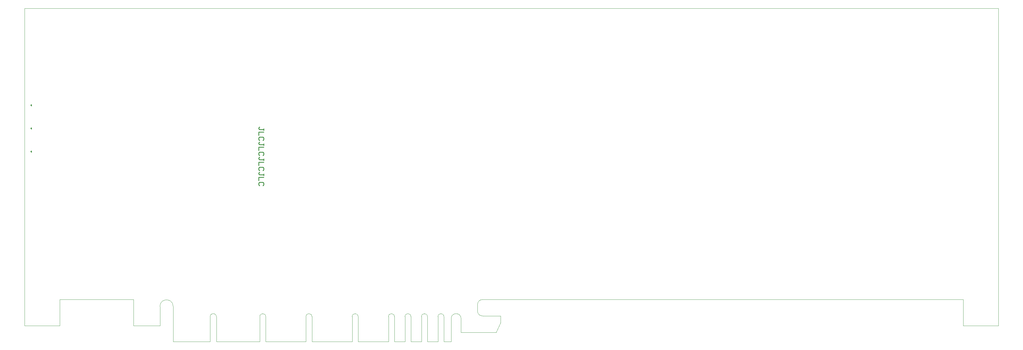
<source format=gto>
G04*
G04 #@! TF.GenerationSoftware,Altium Limited,Altium Designer,18.1.7 (191)*
G04*
G04 Layer_Color=65535*
%FSLAX44Y44*%
%MOMM*%
G71*
G01*
G75*
%ADD10C,0.1000*%
%ADD11C,0.2000*%
%ADD12C,0.2540*%
D10*
X988433Y948000D02*
G03*
X948433Y948000I-20000J0D01*
G01*
X1926205Y968933D02*
G03*
X1911000Y953728I0J-15205D01*
G01*
X1269000Y917000D02*
G03*
X1251000Y917000I-9000J0D01*
G01*
X1409000D02*
G03*
X1391000Y917000I-9000J0D01*
G01*
X1809000D02*
G03*
X1791000Y917000I-9000J0D01*
G01*
X1759000D02*
G03*
X1741000Y917000I-9000J0D01*
G01*
X1709000D02*
G03*
X1691000Y917000I-9000J0D01*
G01*
X1659000D02*
G03*
X1641000Y917000I-9000J0D01*
G01*
X1549000D02*
G03*
X1531000Y917000I-9000J0D01*
G01*
X1119500Y916500D02*
G03*
X1100500Y916500I-9500J0D01*
G01*
X1911000Y933500D02*
G03*
X1925500Y919000I14500J0D01*
G01*
X1861000Y911000D02*
G03*
X1831000Y911000I-15000J0D01*
G01*
X3490000Y889000D02*
X3490000Y1852000D01*
X1926205Y969000D02*
X3383000D01*
X3382933Y889000D02*
Y969000D01*
X3383000Y889000D02*
X3490000D01*
X644933Y969000D02*
X868433Y969000D01*
Y889000D02*
Y969000D01*
X644933Y889000D02*
Y969000D01*
X538000Y1852000D02*
X538000Y889000D01*
X948500Y948000D02*
X948500Y948000D01*
X1911000Y933500D02*
Y953795D01*
X948500Y889000D02*
Y948000D01*
X988500Y841500D02*
Y948000D01*
X1120000Y841500D02*
X1251000Y841500D01*
X1269000Y841500D02*
X1391000D01*
X1251000D02*
Y917000D01*
X1269000Y841500D02*
Y917000D01*
X538000Y1852000D02*
X3490000D01*
X1549000Y841500D02*
X1641000D01*
X1549000D02*
Y917000D01*
X1409000Y841500D02*
Y917000D01*
X1981000Y899000D02*
Y919000D01*
X1659000Y841500D02*
X1691000D01*
X1741000D02*
Y917000D01*
X1659000Y841500D02*
Y917000D01*
X1759000Y841500D02*
X1791000D01*
X1831000Y841500D02*
Y911000D01*
X1861000Y869000D02*
Y911000D01*
X1100500Y916500D02*
X1100500Y916500D01*
X1100500Y841500D02*
Y916500D01*
X1391000Y841500D02*
Y917000D01*
X1119500Y916500D02*
X1119500Y916500D01*
X1641000Y841500D02*
Y917000D01*
X1861000Y869000D02*
X1967000D01*
X988500Y841500D02*
X1100500D01*
X868500Y889000D02*
X948500D01*
X1709000Y841500D02*
X1741000D01*
X1809000Y841500D02*
Y917000D01*
X1119500Y841500D02*
Y916500D01*
X1925500Y919000D02*
X1981000D01*
X1691000Y841500D02*
Y917000D01*
X1531000Y841500D02*
Y917000D01*
X1809000Y841500D02*
X1831000D01*
X1409000Y841500D02*
X1531000D01*
X1967000Y869000D02*
X1981000Y899000D01*
X538000Y889000D02*
X645000D01*
X1791000Y841500D02*
Y917000D01*
X1100500Y841500D02*
X1100500Y841500D01*
X1709000Y841500D02*
Y917000D01*
X1759000Y841500D02*
Y917000D01*
D11*
X559000Y1555500D02*
Y1560500D01*
X557000Y1558000D02*
X559000Y1555500D01*
X557000Y1558000D02*
X559000Y1560500D01*
Y1415500D02*
Y1420500D01*
X557000Y1418000D02*
X559000Y1415500D01*
X557000Y1418000D02*
X559000Y1420500D01*
Y1485500D02*
Y1490500D01*
X557000Y1488000D02*
X559000Y1485500D01*
X557000Y1488000D02*
X559000Y1490500D01*
D12*
X1262617Y1482303D02*
Y1487382D01*
Y1484843D01*
X1249922D01*
X1247383Y1487382D01*
Y1489921D01*
X1249922Y1492460D01*
X1262617Y1477225D02*
X1247383D01*
Y1467068D01*
X1260078Y1451833D02*
X1262617Y1454372D01*
Y1459451D01*
X1260078Y1461990D01*
X1249922D01*
X1247383Y1459451D01*
Y1454372D01*
X1249922Y1451833D01*
X1262617Y1436598D02*
Y1441676D01*
Y1439137D01*
X1249922D01*
X1247383Y1441676D01*
Y1444216D01*
X1249922Y1446755D01*
X1262617Y1431520D02*
X1247383D01*
Y1421363D01*
X1260078Y1406128D02*
X1262617Y1408667D01*
Y1413746D01*
X1260078Y1416285D01*
X1249922D01*
X1247383Y1413746D01*
Y1408667D01*
X1249922Y1406128D01*
X1262617Y1390893D02*
Y1395971D01*
Y1393432D01*
X1249922D01*
X1247383Y1395971D01*
Y1398510D01*
X1249922Y1401050D01*
X1262617Y1385815D02*
X1247383D01*
Y1375658D01*
X1260078Y1360423D02*
X1262617Y1362962D01*
Y1368040D01*
X1260078Y1370579D01*
X1249922D01*
X1247383Y1368040D01*
Y1362962D01*
X1249922Y1360423D01*
X1262617Y1345188D02*
Y1350266D01*
Y1347727D01*
X1249922D01*
X1247383Y1350266D01*
Y1352805D01*
X1249922Y1355344D01*
X1262617Y1340109D02*
X1247383D01*
Y1329953D01*
X1260078Y1314718D02*
X1262617Y1317257D01*
Y1322335D01*
X1260078Y1324874D01*
X1249922D01*
X1247383Y1322335D01*
Y1317257D01*
X1249922Y1314718D01*
M02*

</source>
